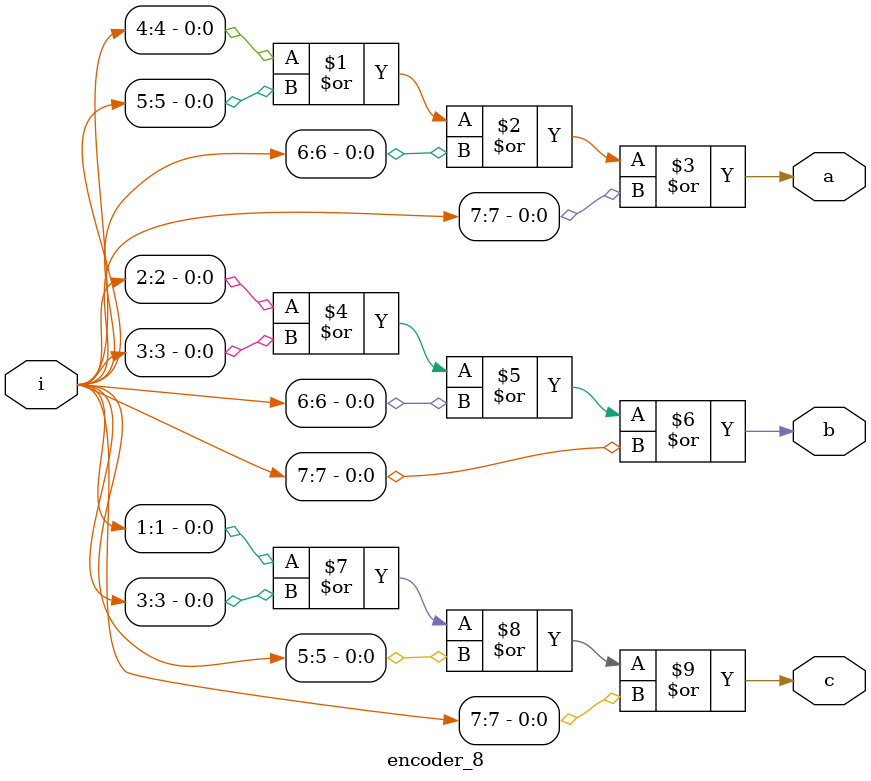
<source format=v>
module encoder_8(i, a, b, c);
input [7:0]i;
output a,b,c;
assign a=i[4] | i[5] | i[6] | i[7];
assign b=i[2] | i[3] | i[6] | i[7];
assign c=i[1] | i[3] | i[5] | i[7];
endmodule

</source>
